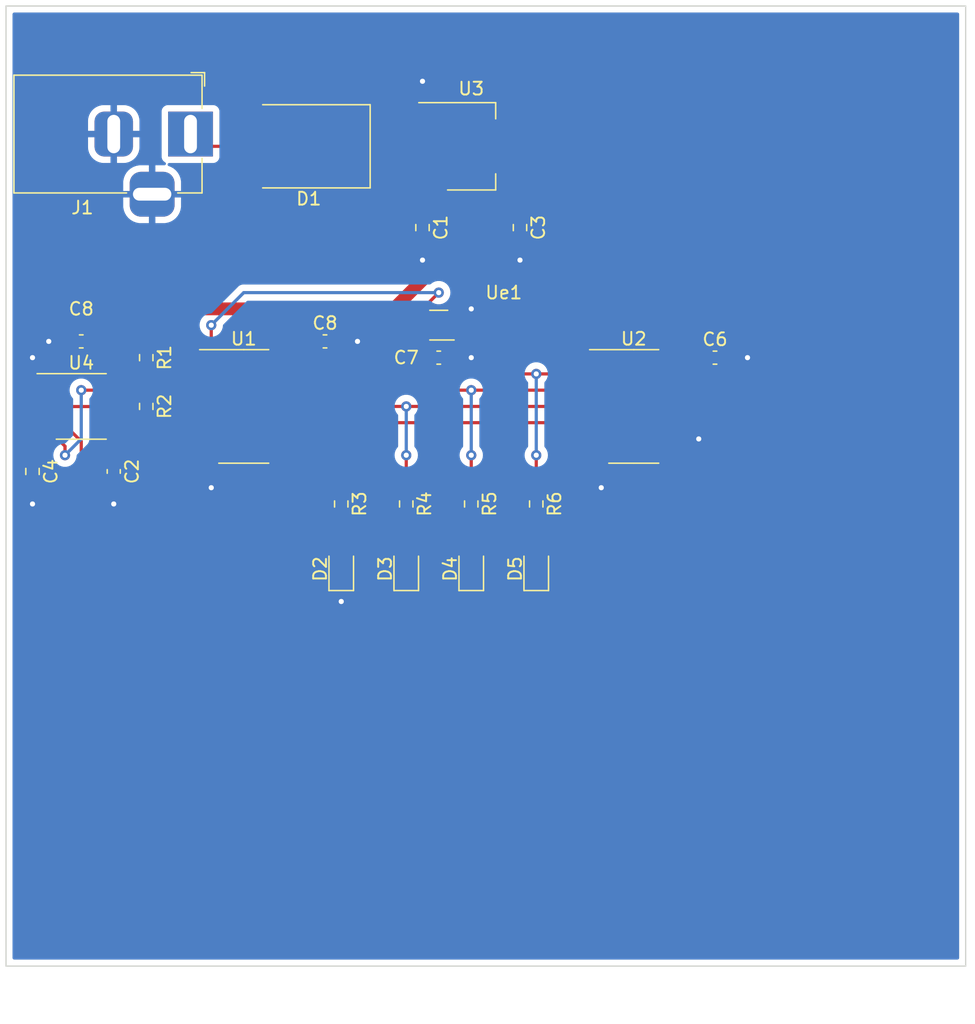
<source format=kicad_pcb>
(kicad_pcb (version 20211014) (generator pcbnew)
  (layers (0 "F.Cu" signal) (31 "B.Cu" signal) (34 "B.Paste" user) (35 "F.Paste" user) (36 "B.SilkS" user "B.Silkscreen") (37 "F.SilkS" user "F.Silkscreen") (38 "B.Mask" user) (39 "F.Mask" user) (44 "Edge.Cuts" user))
  (net 0 "")
  (net 1 "Net-(C1-Pad1)")
  (net 2 "GND")
  (net 3 "Net-(C2-Pad1)")
  (net 4 "+3.3V")
  (net 5 "Net-(D1-Pad2)")
  (net 6 "Net-(D2-Pad2)")
  (net 7 "Net-(D3-Pad2)")
  (net 8 "Net-(D4-Pad2)")
  (net 9 "Net-(D5-Pad2)")
  (net 10 "Net-(R1-Pad2)")
  (net 11 "Net-(R2-Pad2)")
  (net 12 "Net-(U1-Pad8)")
  (net 13 "Net-(R3-Pad1)")
  (net 15 "Net-(R4-Pad1)")
  (net 16 "Net-(R5-Pad1)")
  (net 17 "Net-(R6-Pad1)")
  (net 18 "Net-(U1-Pad1)")
  (net 23 "Net-(U2-Pad1)")
  (footprint "Package_SO:SOIC-14_3.9x8.7mm_P1.27mm" (layer "F.Cu") (at 99.06 81.28)
    (fp_text reference "U2" (at 0 -5.28) (layer "F.SilkS"))
    (fp_text value "4072")
    (fp_line (start 0 4.435) (end 1.95 4.435) (layer "F.SilkS") (width 0.12))
    (fp_line (start 0 -4.435) (end -3.45 -4.435) (layer "F.SilkS") (width 0.12))
    (fp_line (start 0 4.435) (end -1.95 4.435) (layer "F.SilkS") (width 0.12))
    (fp_line (start 0 -4.435) (end 1.95 -4.435) (layer "F.SilkS") (width 0.12))
    (pad "1" smd roundrect (at -2.475 -3.81) (size 1.95 0.6) (layers "F.Cu" "F.Paste" "F.Mask") (net 23 "Net-(U2-Pad1)"))
    (pad "2" smd roundrect (at -2.475 -2.54) (size 1.95 0.6) (layers "F.Cu" "F.Paste" "F.Mask") (net 17 "Net-(R6-Pad1)"))
    (pad "3" smd roundrect (at -2.475 -1.27) (size 1.95 0.6) (layers "F.Cu" "F.Paste" "F.Mask") (net 16 "Net-(R5-Pad1)"))
    (pad "4" smd roundrect (at -2.475 0) (size 1.95 0.6) (layers "F.Cu" "F.Paste" "F.Mask") (net 15 "Net-(R4-Pad1)"))
    (pad "5" smd roundrect (at -2.475 1.27) (size 1.95 0.6) (layers "F.Cu" "F.Paste" "F.Mask") (net 13 "Net-(R3-Pad1)"))
    (pad "6" smd roundrect (at -2.475 2.54) (size 1.95 0.6) (layers "F.Cu" "F.Paste" "F.Mask"))
    (pad "7" smd roundrect (at -2.475 3.81) (size 1.95 0.6) (layers "F.Cu" "F.Paste" "F.Mask") (net 2 "GND"))
    (pad "8" smd roundrect (at 2.475 3.81) (size 1.95 0.6) (layers "F.Cu" "F.Paste" "F.Mask"))
    (pad "9" smd roundrect (at 2.475 2.54) (size 1.95 0.6) (layers "F.Cu" "F.Paste" "F.Mask") (net 2 "GND"))
    (pad "10" smd roundrect (at 2.475 1.27) (size 1.95 0.6) (layers "F.Cu" "F.Paste" "F.Mask") (net 2 "GND"))
    (pad "11" smd roundrect (at 2.475 0) (size 1.95 0.6) (layers "F.Cu" "F.Paste" "F.Mask") (net 2 "GND"))
    (pad "12" smd roundrect (at 2.475 -1.27) (size 1.95 0.6) (layers "F.Cu" "F.Paste" "F.Mask") (net 2 "GND"))
    (pad "13" smd roundrect (at 2.475 -2.54) (size 1.95 0.6) (layers "F.Cu" "F.Paste" "F.Mask"))
    (pad "14" smd roundrect (at 2.475 -3.81) (size 1.95 0.6) (layers "F.Cu" "F.Paste" "F.Mask") (net 4 "+3.3V"))
  )
  (footprint "LED_SMD:LED_0805_2012Metric" (layer "F.Cu") (at 76.2 93.98 90)
    (fp_text reference "D2" (at 0 -1.65 90) (layer "F.SilkS"))
    (fp_text value "LED_Small")
    (fp_line (start 1 -0.96) (end -1.685 -0.96) (layer "F.SilkS") (width 0.12))
    (fp_line (start -1.685 -0.96) (end -1.685 0.96) (layer "F.SilkS") (width 0.12))
    (fp_line (start -1.685 0.96) (end 1 0.96) (layer "F.SilkS") (width 0.12))
    (pad "1" smd roundrect (at -0.9375 0 90) (size 0.975 1.4) (layers "F.Cu" "F.Paste" "F.Mask") (net 2 "GND"))
    (pad "2" smd roundrect (at 0.9375 0 90) (size 0.975 1.4) (layers "F.Cu" "F.Paste" "F.Mask") (net 6 "Net-(D2-Pad2)"))
  )
  (footprint "Resistor_SMD:R_0603_1608Metric" (layer "F.Cu") (at 60.96 81.28 -90)
    (fp_text reference "R2" (at 0 -1.43 90) (layer "F.SilkS"))
    (fp_text value "10k")
    (fp_line (start -0.237258 0.5225) (end 0.237258 0.5225) (layer "F.SilkS") (width 0.12))
    (fp_line (start -0.237258 -0.5225) (end 0.237258 -0.5225) (layer "F.SilkS") (width 0.12))
    (pad "1" smd roundrect (at -0.825 0 270) (size 0.8 0.95) (layers "F.Cu" "F.Paste" "F.Mask") (net 10 "Net-(R1-Pad2)"))
    (pad "2" smd roundrect (at 0.825 0 270) (size 0.8 0.95) (layers "F.Cu" "F.Paste" "F.Mask") (net 11 "Net-(R2-Pad2)"))
  )
  (footprint "Connector_BarrelJack:BarrelJack_Horizontal" (layer "F.Cu") (at 64.42 60.0025)
    (fp_text reference "J1" (at -8.45 5.75) (layer "F.SilkS"))
    (fp_text value "Barrel_Jack_Switch")
    (fp_line (start 0.05 -4.8) (end 1.1 -4.8) (layer "F.SilkS") (width 0.12))
    (fp_line (start 0.9 4.6) (end -1 4.6) (layer "F.SilkS") (width 0.12))
    (fp_line (start 0.9 -4.6) (end 0.9 -2) (layer "F.SilkS") (width 0.12))
    (fp_line (start -5 4.6) (end -13.8 4.6) (layer "F.SilkS") (width 0.12))
    (fp_line (start -13.8 4.6) (end -13.8 -4.6) (layer "F.SilkS") (width 0.12))
    (fp_line (start -13.8 -4.6) (end 0.9 -4.6) (layer "F.SilkS") (width 0.12))
    (fp_line (start 0.9 1.9) (end 0.9 4.6) (layer "F.SilkS") (width 0.12))
    (fp_line (start 1.1 -3.75) (end 1.1 -4.8) (layer "F.SilkS") (width 0.12))
    (pad "1" thru_hole rect (at 0 0) (size 3.5 3.5) (drill oval 1 3) (layers *.Cu *.Mask) (net 5 "Net-(D1-Pad2)"))
    (pad "2" thru_hole roundrect (at -6 0) (size 3 3.5) (drill oval 1 3) (layers *.Cu *.Mask) (net 2 "GND"))
    (pad "3" thru_hole roundrect (at -3 4.7) (size 3.5 3.5) (drill oval 3 1) (layers *.Cu *.Mask) (net 2 "GND"))
  )
  (footprint "Package_SO:SOIC-14_3.9x8.7mm_P1.27mm" (layer "F.Cu") (at 68.58 81.28)
    (fp_text reference "U1" (at 0 -5.28) (layer "F.SilkS"))
    (fp_text value "74HC164")
    (fp_line (start 0 -4.435) (end -3.45 -4.435) (layer "F.SilkS") (width 0.12))
    (fp_line (start 0 4.435) (end 1.95 4.435) (layer "F.SilkS") (width 0.12))
    (fp_line (start 0 -4.435) (end 1.95 -4.435) (layer "F.SilkS") (width 0.12))
    (fp_line (start 0 4.435) (end -1.95 4.435) (layer "F.SilkS") (width 0.12))
    (pad "1" smd roundrect (at -2.475 -3.81) (size 1.95 0.6) (layers "F.Cu" "F.Paste" "F.Mask") (net 18 "Net-(U1-Pad1)"))
    (pad "2" smd roundrect (at -2.475 -2.54) (size 1.95 0.6) (layers "F.Cu" "F.Paste" "F.Mask") (net 18 "Net-(U1-Pad1)"))
    (pad "3" smd roundrect (at -2.475 -1.27) (size 1.95 0.6) (layers "F.Cu" "F.Paste" "F.Mask"))
    (pad "4" smd roundrect (at -2.475 0) (size 1.95 0.6) (layers "F.Cu" "F.Paste" "F.Mask"))
    (pad "5" smd roundrect (at -2.475 1.27) (size 1.95 0.6) (layers "F.Cu" "F.Paste" "F.Mask"))
    (pad "6" smd roundrect (at -2.475 2.54) (size 1.95 0.6) (layers "F.Cu" "F.Paste" "F.Mask"))
    (pad "7" smd roundrect (at -2.475 3.81) (size 1.95 0.6) (layers "F.Cu" "F.Paste" "F.Mask") (net 2 "GND"))
    (pad "8" smd roundrect (at 2.475 3.81) (size 1.95 0.6) (layers "F.Cu" "F.Paste" "F.Mask") (net 12 "Net-(U1-Pad8)"))
    (pad "9" smd roundrect (at 2.475 2.54) (size 1.95 0.6) (layers "F.Cu" "F.Paste" "F.Mask") (net 4 "+3.3V"))
    (pad "10" smd roundrect (at 2.475 1.27) (size 1.95 0.6) (layers "F.Cu" "F.Paste" "F.Mask") (net 13 "Net-(R3-Pad1)"))
    (pad "11" smd roundrect (at 2.475 0) (size 1.95 0.6) (layers "F.Cu" "F.Paste" "F.Mask") (net 15 "Net-(R4-Pad1)"))
    (pad "12" smd roundrect (at 2.475 -1.27) (size 1.95 0.6) (layers "F.Cu" "F.Paste" "F.Mask") (net 16 "Net-(R5-Pad1)"))
    (pad "13" smd roundrect (at 2.475 -2.54) (size 1.95 0.6) (layers "F.Cu" "F.Paste" "F.Mask") (net 17 "Net-(R6-Pad1)"))
    (pad "14" smd roundrect (at 2.475 -3.81) (size 1.95 0.6) (layers "F.Cu" "F.Paste" "F.Mask") (net 4 "+3.3V"))
  )
  (footprint "Capacitor_SMD:C_0603_1608Metric" (layer "F.Cu") (at 74.93 76.2)
    (fp_text reference "C8" (at 0 -1.43) (layer "F.SilkS"))
    (fp_text value "100n")
    (fp_line (start -0.14058 -0.51) (end 0.14058 -0.51) (layer "F.SilkS") (width 0.12))
    (fp_line (start -0.14058 0.51) (end 0.14058 0.51) (layer "F.SilkS") (width 0.12))
    (pad "1" smd roundrect (at -0.775 0) (size 0.9 0.95) (layers "F.Cu" "F.Paste" "F.Mask") (net 4 "+3.3V"))
    (pad "2" smd roundrect (at 0.775 0) (size 0.9 0.95) (layers "F.Cu" "F.Paste" "F.Mask") (net 2 "GND"))
  )
  (footprint "Resistor_SMD:R_0603_1608Metric" (layer "F.Cu") (at 76.2 88.9 -90)
    (fp_text reference "R3" (at 0 -1.43 90) (layer "F.SilkS"))
    (fp_text value "10k")
    (fp_line (start -0.237258 -0.5225) (end 0.237258 -0.5225) (layer "F.SilkS") (width 0.12))
    (fp_line (start -0.237258 0.5225) (end 0.237258 0.5225) (layer "F.SilkS") (width 0.12))
    (pad "1" smd roundrect (at -0.825 0 270) (size 0.8 0.95) (layers "F.Cu" "F.Paste" "F.Mask") (net 13 "Net-(R3-Pad1)"))
    (pad "2" smd roundrect (at 0.825 0 270) (size 0.8 0.95) (layers "F.Cu" "F.Paste" "F.Mask") (net 6 "Net-(D2-Pad2)"))
  )
  (footprint "Resistor_SMD:R_0603_1608Metric" (layer "F.Cu") (at 91.44 88.9 -90)
    (fp_text reference "R6" (at 0 -1.43 90) (layer "F.SilkS"))
    (fp_text value "10k")
    (fp_line (start -0.237258 0.5225) (end 0.237258 0.5225) (layer "F.SilkS") (width 0.12))
    (fp_line (start -0.237258 -0.5225) (end 0.237258 -0.5225) (layer "F.SilkS") (width 0.12))
    (pad "1" smd roundrect (at -0.825 0 270) (size 0.8 0.95) (layers "F.Cu" "F.Paste" "F.Mask") (net 17 "Net-(R6-Pad1)"))
    (pad "2" smd roundrect (at 0.825 0 270) (size 0.8 0.95) (layers "F.Cu" "F.Paste" "F.Mask") (net 9 "Net-(D5-Pad2)"))
  )
  (footprint "Capacitor_SMD:C_0603_1608Metric" (layer "F.Cu") (at 83.82 77.47)
    (fp_text reference "C7" (at -2.54 0) (layer "F.SilkS"))
    (fp_text value "100n")
    (fp_line (start -0.14058 0.51) (end 0.14058 0.51) (layer "F.SilkS") (width 0.12))
    (fp_line (start -0.14058 -0.51) (end 0.14058 -0.51) (layer "F.SilkS") (width 0.12))
    (pad "1" smd roundrect (at -0.775 0) (size 0.9 0.95) (layers "F.Cu" "F.Paste" "F.Mask") (net 4 "+3.3V"))
    (pad "2" smd roundrect (at 0.775 0) (size 0.9 0.95) (layers "F.Cu" "F.Paste" "F.Mask") (net 2 "GND"))
  )
  (footprint "Capacitor_SMD:C_0603_1608Metric" (layer "F.Cu") (at 55.88 76.2 180)
    (fp_text reference "C8" (at 0 2.54) (layer "F.SilkS"))
    (fp_text value "100n")
    (fp_line (start -0.14058 -0.51) (end 0.14058 -0.51) (layer "F.SilkS") (width 0.12))
    (fp_line (start -0.14058 0.51) (end 0.14058 0.51) (layer "F.SilkS") (width 0.12))
    (pad "1" smd roundrect (at -0.775 0 180) (size 0.9 0.95) (layers "F.Cu" "F.Paste" "F.Mask") (net 4 "+3.3V"))
    (pad "2" smd roundrect (at 0.775 0 180) (size 0.9 0.95) (layers "F.Cu" "F.Paste" "F.Mask") (net 2 "GND"))
  )
  (footprint "Package_SO:SOIC-8_3.9x4.9mm_P1.27mm" (layer "F.Cu") (at 55.88 81.28)
    (fp_text reference "U4" (at 0 -3.4) (layer "F.SilkS"))
    (fp_text value "LMC555xM")
    (fp_line (start 0 -2.56) (end 1.95 -2.56) (layer "F.SilkS") (width 0.12))
    (fp_line (start 0 2.56) (end 1.95 2.56) (layer "F.SilkS") (width 0.12))
    (fp_line (start 0 -2.56) (end -3.45 -2.56) (layer "F.SilkS") (width 0.12))
    (fp_line (start 0 2.56) (end -1.95 2.56) (layer "F.SilkS") (width 0.12))
    (pad "1" smd roundrect (at -2.475 -1.905) (size 1.95 0.6) (layers "F.Cu" "F.Paste" "F.Mask") (net 2 "GND"))
    (pad "2" smd roundrect (at -2.475 -0.635) (size 1.95 0.6) (layers "F.Cu" "F.Paste" "F.Mask") (net 11 "Net-(R2-Pad2)"))
    (pad "3" smd roundrect (at -2.475 0.635) (size 1.95 0.6) (layers "F.Cu" "F.Paste" "F.Mask") (net 12 "Net-(U1-Pad8)"))
    (pad "4" smd roundrect (at -2.475 1.905) (size 1.95 0.6) (layers "F.Cu" "F.Paste" "F.Mask") (net 4 "+3.3V"))
    (pad "5" smd roundrect (at 2.475 1.905) (size 1.95 0.6) (layers "F.Cu" "F.Paste" "F.Mask") (net 3 "Net-(C2-Pad1)"))
    (pad "6" smd roundrect (at 2.475 0.635) (size 1.95 0.6) (layers "F.Cu" "F.Paste" "F.Mask") (net 11 "Net-(R2-Pad2)"))
    (pad "7" smd roundrect (at 2.475 -0.635) (size 1.95 0.6) (layers "F.Cu" "F.Paste" "F.Mask") (net 10 "Net-(R1-Pad2)"))
    (pad "8" smd roundrect (at 2.475 -1.905) (size 1.95 0.6) (layers "F.Cu" "F.Paste" "F.Mask") (net 4 "+3.3V"))
  )
  (footprint "Diode_SMD:D_SMC" (layer "F.Cu") (at 73.66 60.96 180)
    (fp_text reference "D1" (at 0 -4.1) (layer "F.SilkS"))
    (fp_text value "B340")
    (fp_line (start -4.8 3.25) (end -4.8 -3.25) (layer "F.SilkS") (width 0.12))
    (fp_line (start -4.8 3.25) (end 3.6 3.25) (layer "F.SilkS") (width 0.12))
    (fp_line (start -4.8 -3.25) (end 3.6 -3.25) (layer "F.SilkS") (width 0.12))
    (pad "1" smd rect (at -3.4 0 270) (size 3.3 2.5) (layers "F.Cu" "F.Paste" "F.Mask") (net 1 "Net-(C1-Pad1)"))
    (pad "2" smd rect (at 3.4 0 270) (size 3.3 2.5) (layers "F.Cu" "F.Paste" "F.Mask") (net 5 "Net-(D1-Pad2)"))
  )
  (footprint "Package_TO_SOT_SMD:SOT-353_SC-70-5" (layer "F.Cu") (at 83.82 74.93 180)
    (fp_text reference "Ue1" (at -5.08 2.54) (layer "F.SilkS"))
    (fp_text value "74AHC1G04")
    (fp_line (start -0.7 1.16) (end 0.7 1.16) (layer "F.SilkS") (width 0.12))
    (fp_line (start 0.7 -1.16) (end -1.2 -1.16) (layer "F.SilkS") (width 0.12))
    (pad "1" smd rect (at -0.95 -0.65 180) (size 0.65 0.4) (layers "F.Cu" "F.Paste" "F.Mask"))
    (pad "2" smd rect (at -0.95 0 180) (size 0.65 0.4) (layers "F.Cu" "F.Paste" "F.Mask") (net 23 "Net-(U2-Pad1)"))
    (pad "3" smd rect (at -0.95 0.65 180) (size 0.65 0.4) (layers "F.Cu" "F.Paste" "F.Mask") (net 2 "GND"))
    (pad "4" smd rect (at 0.95 0.65 180) (size 0.65 0.4) (layers "F.Cu" "F.Paste" "F.Mask") (net 18 "Net-(U1-Pad1)"))
    (pad "5" smd rect (at 0.95 -0.65 180) (size 0.65 0.4) (layers "F.Cu" "F.Paste" "F.Mask") (net 4 "+3.3V"))
  )
  (footprint "LED_SMD:LED_0805_2012Metric" (layer "F.Cu") (at 86.36 93.98 90)
    (fp_text reference "D4" (at 0 -1.65 90) (layer "F.SilkS"))
    (fp_text value "LED_Small")
    (fp_line (start -1.685 0.96) (end 1 0.96) (layer "F.SilkS") (width 0.12))
    (fp_line (start 1 -0.96) (end -1.685 -0.96) (layer "F.SilkS") (width 0.12))
    (fp_line (start -1.685 -0.96) (end -1.685 0.96) (layer "F.SilkS") (width 0.12))
    (pad "1" smd roundrect (at -0.9375 0 90) (size 0.975 1.4) (layers "F.Cu" "F.Paste" "F.Mask") (net 2 "GND"))
    (pad "2" smd roundrect (at 0.9375 0 90) (size 0.975 1.4) (layers "F.Cu" "F.Paste" "F.Mask") (net 8 "Net-(D4-Pad2)"))
  )
  (footprint "LED_SMD:LED_0805_2012Metric" (layer "F.Cu") (at 81.28 93.98 90)
    (fp_text reference "D3" (at 0 -1.65 90) (layer "F.SilkS"))
    (fp_text value "LED_Small")
    (fp_line (start -1.685 -0.96) (end -1.685 0.96) (layer "F.SilkS") (width 0.12))
    (fp_line (start -1.685 0.96) (end 1 0.96) (layer "F.SilkS") (width 0.12))
    (fp_line (start 1 -0.96) (end -1.685 -0.96) (layer "F.SilkS") (width 0.12))
    (pad "1" smd roundrect (at -0.9375 0 90) (size 0.975 1.4) (layers "F.Cu" "F.Paste" "F.Mask") (net 2 "GND"))
    (pad "2" smd roundrect (at 0.9375 0 90) (size 0.975 1.4) (layers "F.Cu" "F.Paste" "F.Mask") (net 7 "Net-(D3-Pad2)"))
  )
  (footprint "Resistor_SMD:R_0603_1608Metric" (layer "F.Cu") (at 86.36 88.9 -90)
    (fp_text reference "R5" (at 0 -1.43 90) (layer "F.SilkS"))
    (fp_text value "10k")
    (fp_line (start -0.237258 0.5225) (end 0.237258 0.5225) (layer "F.SilkS") (width 0.12))
    (fp_line (start -0.237258 -0.5225) (end 0.237258 -0.5225) (layer "F.SilkS") (width 0.12))
    (pad "1" smd roundrect (at -0.825 0 270) (size 0.8 0.95) (layers "F.Cu" "F.Paste" "F.Mask") (net 16 "Net-(R5-Pad1)"))
    (pad "2" smd roundrect (at 0.825 0 270) (size 0.8 0.95) (layers "F.Cu" "F.Paste" "F.Mask") (net 8 "Net-(D4-Pad2)"))
  )
  (footprint "Resistor_SMD:R_0603_1608Metric" (layer "F.Cu") (at 82.55 67.31 -90)
    (fp_text reference "C1" (at 0 -1.43 90) (layer "F.SilkS"))
    (fp_text value "10u")
    (fp_line (start -0.237258 0.5225) (end 0.237258 0.5225) (layer "F.SilkS") (width 0.12))
    (fp_line (start -0.237258 -0.5225) (end 0.237258 -0.5225) (layer "F.SilkS") (width 0.12))
    (pad "1" smd roundrect (at -0.825 0 270) (size 0.8 0.95) (layers "F.Cu" "F.Paste" "F.Mask") (net 1 "Net-(C1-Pad1)"))
    (pad "2" smd roundrect (at 0.825 0 270) (size 0.8 0.95) (layers "F.Cu" "F.Paste" "F.Mask") (net 2 "GND"))
  )
  (footprint "Capacitor_SMD:C_0603_1608Metric" (layer "F.Cu") (at 105.41 77.47)
    (fp_text reference "C6" (at 0 -1.43) (layer "F.SilkS"))
    (fp_text value "100n")
    (fp_line (start -0.14058 0.51) (end 0.14058 0.51) (layer "F.SilkS") (width 0.12))
    (fp_line (start -0.14058 -0.51) (end 0.14058 -0.51) (layer "F.SilkS") (width 0.12))
    (pad "1" smd roundrect (at -0.775 0) (size 0.9 0.95) (layers "F.Cu" "F.Paste" "F.Mask") (net 4 "+3.3V"))
    (pad "2" smd roundrect (at 0.775 0) (size 0.9 0.95) (layers "F.Cu" "F.Paste" "F.Mask") (net 2 "GND"))
  )
  (footprint "Package_TO_SOT_SMD:SOT-223-3_TabPin2" (layer "F.Cu") (at 86.36 60.96)
    (fp_text reference "U3" (at 0 -4.5) (layer "F.SilkS"))
    (fp_text value "AP1117-33")
    (fp_line (start 1.91 -3.41) (end 1.91 -2.15) (layer "F.SilkS") (width 0.12))
    (fp_line (start -4.1 -3.41) (end 1.91 -3.41) (layer "F.SilkS") (width 0.12))
    (fp_line (start 1.91 3.41) (end 1.91 2.15) (layer "F.SilkS") (width 0.12))
    (fp_line (start -1.85 3.41) (end 1.91 3.41) (layer "F.SilkS") (width 0.12))
    (pad "1" smd rect (at -3.15 -2.3) (size 2 1.5) (layers "F.Cu" "F.Paste" "F.Mask") (net 2 "GND"))
    (pad "2" smd rect (at 3.15 0) (size 2 3.8) (layers "F.Cu" "F.Paste" "F.Mask") (net 4 "+3.3V"))
    (pad "2" smd rect (at -3.15 0) (size 2 1.5) (layers "F.Cu" "F.Paste" "F.Mask") (net 4 "+3.3V"))
    (pad "3" smd rect (at -3.15 2.3) (size 2 1.5) (layers "F.Cu" "F.Paste" "F.Mask") (net 1 "Net-(C1-Pad1)"))
  )
  (footprint "Resistor_SMD:R_0603_1608Metric" (layer "F.Cu") (at 60.96 77.47 -90)
    (fp_text reference "R1" (at 0 -1.43 90) (layer "F.SilkS"))
    (fp_text value "10k")
    (fp_line (start -0.237258 0.5225) (end 0.237258 0.5225) (layer "F.SilkS") (width 0.12))
    (fp_line (start -0.237258 -0.5225) (end 0.237258 -0.5225) (layer "F.SilkS") (width 0.12))
    (pad "1" smd roundrect (at -0.825 0 270) (size 0.8 0.95) (layers "F.Cu" "F.Paste" "F.Mask") (net 4 "+3.3V"))
    (pad "2" smd roundrect (at 0.825 0 270) (size 0.8 0.95) (layers "F.Cu" "F.Paste" "F.Mask") (net 10 "Net-(R1-Pad2)"))
  )
  (footprint "Resistor_SMD:R_0603_1608Metric" (layer "F.Cu") (at 81.28 88.9 -90)
    (fp_text reference "R4" (at 0 -1.43 90) (layer "F.SilkS"))
    (fp_text value "10k")
    (fp_line (start -0.237258 0.5225) (end 0.237258 0.5225) (layer "F.SilkS") (width 0.12))
    (fp_line (start -0.237258 -0.5225) (end 0.237258 -0.5225) (layer "F.SilkS") (width 0.12))
    (pad "1" smd roundrect (at -0.825 0 270) (size 0.8 0.95) (layers "F.Cu" "F.Paste" "F.Mask") (net 15 "Net-(R4-Pad1)"))
    (pad "2" smd roundrect (at 0.825 0 270) (size 0.8 0.95) (layers "F.Cu" "F.Paste" "F.Mask") (net 7 "Net-(D3-Pad2)"))
  )
  (footprint "Capacitor_SMD:C_0603_1608Metric" (layer "F.Cu") (at 58.42 86.36 -90)
    (fp_text reference "C2" (at 0 -1.43 90) (layer "F.SilkS"))
    (fp_text value "100n")
    (fp_line (start -0.14058 0.51) (end 0.14058 0.51) (layer "F.SilkS") (width 0.12))
    (fp_line (start -0.14058 -0.51) (end 0.14058 -0.51) (layer "F.SilkS") (width 0.12))
    (pad "1" smd roundrect (at -0.775 0 270) (size 0.9 0.95) (layers "F.Cu" "F.Paste" "F.Mask") (net 3 "Net-(C2-Pad1)"))
    (pad "2" smd roundrect (at 0.775 0 270) (size 0.9 0.95) (layers "F.Cu" "F.Paste" "F.Mask") (net 2 "GND"))
  )
  (footprint "Resistor_SMD:R_0603_1608Metric" (layer "F.Cu") (at 52.07 86.36 -90)
    (fp_text reference "C4" (at 0 -1.43 90) (layer "F.SilkS"))
    (fp_text value "10u")
    (fp_line (start -0.237258 -0.5225) (end 0.237258 -0.5225) (layer "F.SilkS") (width 0.12))
    (fp_line (start -0.237258 0.5225) (end 0.237258 0.5225) (layer "F.SilkS") (width 0.12))
    (pad "1" smd roundrect (at -0.825 0 270) (size 0.8 0.95) (layers "F.Cu" "F.Paste" "F.Mask") (net 11 "Net-(R2-Pad2)"))
    (pad "2" smd roundrect (at 0.825 0 270) (size 0.8 0.95) (layers "F.Cu" "F.Paste" "F.Mask") (net 2 "GND"))
  )
  (footprint "LED_SMD:LED_0805_2012Metric" (layer "F.Cu") (at 91.44 93.98 90)
    (fp_text reference "D5" (at 0 -1.65 90) (layer "F.SilkS"))
    (fp_text value "LED_Small")
    (fp_line (start -1.685 0.96) (end 1 0.96) (layer "F.SilkS") (width 0.12))
    (fp_line (start -1.685 -0.96) (end -1.685 0.96) (layer "F.SilkS") (width 0.12))
    (fp_line (start 1 -0.96) (end -1.685 -0.96) (layer "F.SilkS") (width 0.12))
    (pad "1" smd roundrect (at -0.9375 0 90) (size 0.975 1.4) (layers "F.Cu" "F.Paste" "F.Mask") (net 2 "GND"))
    (pad "2" smd roundrect (at 0.9375 0 90) (size 0.975 1.4) (layers "F.Cu" "F.Paste" "F.Mask") (net 9 "Net-(D5-Pad2)"))
  )
  (footprint "Resistor_SMD:R_0603_1608Metric" (layer "F.Cu") (at 90.17 67.31 -90)
    (fp_text reference "C3" (at 0 -1.43 90) (layer "F.SilkS"))
    (fp_text value "10u")
    (fp_line (start -0.237258 -0.5225) (end 0.237258 -0.5225) (layer "F.SilkS") (width 0.12))
    (fp_line (start -0.237258 0.5225) (end 0.237258 0.5225) (layer "F.SilkS") (width 0.12))
    (pad "1" smd roundrect (at -0.825 0 270) (size 0.8 0.95) (layers "F.Cu" "F.Paste" "F.Mask") (net 4 "+3.3V"))
    (pad "2" smd roundrect (at 0.825 0 270) (size 0.8 0.95) (layers "F.Cu" "F.Paste" "F.Mask") (net 2 "GND"))
  )
  (gr_line (start 125 50) (end 125 125) (layer "Edge.Cuts") (width 0.1))
  (gr_line (start 125 125) (end 50 125) (layer "Edge.Cuts") (width 0.1))
  (gr_line (start 50 125) (end 50 50) (layer "Edge.Cuts") (width 0.1))
  (gr_line (start 50 50) (end 125 50) (layer "Edge.Cuts") (width 0.1))
  (segment (start 77.06 60.96) (end 80.91 60.96) (width 0.25) (layer "F.Cu") (net 1))
  (segment (start 80.91 60.96) (end 83.21 63.26) (width 0.25) (layer "F.Cu") (net 1))
  (segment (start 83.21 65.825) (end 83.21 63.26) (width 0.25) (layer "F.Cu") (net 1))
  (segment (start 82.55 66.485) (end 83.21 65.825) (width 0.25) (layer "F.Cu") (net 1))
  (segment (start 96.585 87.565) (end 96.52 87.63) (width 0.25) (layer "F.Cu") (net 2))
  (segment (start 90.17 68.085) (end 90.17 69.85) (width 0.25) (layer "F.Cu") (net 2))
  (segment (start 53.405 78.805) (end 52.07 77.47) (width 0.25) (layer "F.Cu") (net 2))
  (segment (start 84.77 74.28) (end 85.74 74.28) (width 0.25) (layer "F.Cu") (net 2))
  (segment (start 101.535 83.82) (end 104.14 83.82) (width 0.25) (layer "F.Cu") (net 2))
  (segment (start 101.535 82.55) (end 101.535 81.28) (width 0.25) (layer "F.Cu") (net 2))
  (segment (start 83.21 56.54) (end 82.55 55.88) (width 0.25) (layer "F.Cu") (net 2))
  (segment (start 55.105 76.2) (end 53.34 76.2) (width 0.25) (layer "F.Cu") (net 2))
  (segment (start 106.185 77.47) (end 107.95 77.47) (width 0.25) (layer "F.Cu") (net 2))
  (segment (start 76.2 94.9175) (end 91.44 94.9175) (width 0.25) (layer "F.Cu") (net 2))
  (segment (start 82.55 68.135) (end 82.55 69.85) (width 0.25) (layer "F.Cu") (net 2))
  (segment (start 66.105 87.565) (end 66.04 87.63) (width 0.25) (layer "F.Cu") (net 2))
  (segment (start 75.705 76.2) (end 77.47 76.2) (width 0.25) (layer "F.Cu") (net 2))
  (segment (start 101.535 81.28) (end 101.535 80.01) (width 0.25) (layer "F.Cu") (net 2))
  (segment (start 66.105 85.09) (end 66.105 87.565) (width 0.25) (layer "F.Cu") (net 2))
  (segment (start 101.535 82.55) (end 101.535 83.82) (width 0.25) (layer "F.Cu") (net 2))
  (segment (start 53.405 79.375) (end 53.405 78.805) (width 0.25) (layer "F.Cu") (net 2))
  (segment (start 76.2 94.9175) (end 76.2 96.52) (width 0.25) (layer "F.Cu") (net 2))
  (segment (start 83.21 58.66) (end 83.21 56.54) (width 0.25) (layer "F.Cu") (net 2))
  (segment (start 96.585 85.09) (end 96.585 87.565) (width 0.25) (layer "F.Cu") (net 2))
  (segment (start 84.595 77.47) (end 86.36 77.47) (width 0.25) (layer "F.Cu") (net 2))
  (segment (start 85.74 74.28) (end 86.36 73.66) (width 0.25) (layer "F.Cu") (net 2))
  (segment (start 52.07 87.135) (end 52.07 88.9) (width 0.25) (layer "F.Cu") (net 2))
  (segment (start 58.42 87.135) (end 58.42 88.9) (width 0.25) (layer "F.Cu") (net 2))
  (via (at 82.55 55.88) (size 0.8) (drill 0.4) (layers "F.Cu" "B.Cu") (net 2))
  (via (at 107.95 77.47) (size 0.8) (drill 0.4) (layers "F.Cu" "B.Cu") (net 2))
  (via (at 53.34 76.2) (size 0.8) (drill 0.4) (layers "F.Cu" "B.Cu") (net 2))
  (via (at 86.36 77.47) (size 0.8) (drill 0.4) (layers "F.Cu" "B.Cu") (net 2))
  (via (at 82.55 69.85) (size 0.8) (drill 0.4) (layers "F.Cu" "B.Cu") (net 2))
  (via (at 77.47 76.2) (size 0.8) (drill 0.4) (layers "F.Cu" "B.Cu") (net 2))
  (via (at 104.14 83.82) (size 0.8) (drill 0.4) (layers "F.Cu" "B.Cu") (net 2))
  (via (at 66.04 87.63) (size 0.8) (drill 0.4) (layers "F.Cu" "B.Cu") (net 2))
  (via (at 52.07 77.47) (size 0.8) (drill 0.4) (layers "F.Cu" "B.Cu") (net 2))
  (via (at 58.42 88.9) (size 0.8) (drill 0.4) (layers "F.Cu" "B.Cu") (net 2))
  (via (at 76.2 96.52) (size 0.8) (drill 0.4) (layers "F.Cu" "B.Cu") (net 2))
  (via (at 52.07 88.9) (size 0.8) (drill 0.4) (layers "F.Cu" "B.Cu") (net 2))
  (via (at 86.36 73.66) (size 0.8) (drill 0.4) (layers "F.Cu" "B.Cu") (net 2))
  (via (at 90.17 69.85) (size 0.8) (drill 0.4) (layers "F.Cu" "B.Cu") (net 2))
  (via (at 96.52 87.63) (size 0.8) (drill 0.4) (layers "F.Cu" "B.Cu") (net 2))
  (segment (start 58.42 83.25) (end 58.355 83.185) (width 0.25) (layer "F.Cu") (net 3))
  (segment (start 58.42 85.585) (end 58.42 83.25) (width 0.25) (layer "F.Cu") (net 3))
  (segment (start 89.51 64.445635) (end 78.930635 75.025) (width 1) (layer "F.Cu") (net 4))
  (segment (start 60.96 76.2) (end 60.96 76.645) (width 1) (layer "F.Cu") (net 4))
  (segment (start 83.045 75.755) (end 82.87 75.58) (width 0.25) (layer "F.Cu") (net 4))
  (segment (start 69.85 83.82) (end 71.055 83.82) (width 0.25) (layer "F.Cu") (net 4))
  (segment (start 83.045 77.47) (end 83.045 75.755) (width 0.25) (layer "F.Cu") (net 4))
  (segment (start 70.678249 77.47) (end 68.58 79.568249) (width 0.25) (layer "F.Cu") (net 4))
  (segment (start 78.930635 75.025) (end 75.096852 75.025) (width 1) (layer "F.Cu") (net 4))
  (segment (start 71.615 73.66) (end 62.23 73.66) (width 1) (layer "F.Cu") (net 4))
  (segment (start 82.87 75.58) (end 79.485635 75.58) (width 1) (layer "F.Cu") (net 4))
  (segment (start 58.355 79.375) (end 58.355 77.9) (width 0.25) (layer "F.Cu") (net 4))
  (segment (start 72.885 77.47) (end 74.155 76.2) (width 0.25) (layer "F.Cu") (net 4))
  (segment (start 54.61 84.39) (end 53.405 83.185) (width 0.25) (layer "F.Cu") (net 4))
  (segment (start 75.096852 75.025) (end 74.155 75.966852) (width 1) (layer "F.Cu") (net 4))
  (segment (start 62.23 73.66) (end 60.96 74.93) (width 1) (layer "F.Cu") (net 4))
  (segment (start 60.96 74.93) (end 60.96 76.2) (width 1) (layer "F.Cu") (net 4))
  (segment (start 83.21 60.96) (end 89.51 60.96) (width 0.25) (layer "F.Cu") (net 4))
  (segment (start 58.355 79.375) (end 57.72 80.01) (width 0.25) (layer "F.Cu") (net 4))
  (segment (start 74.155 75.966852) (end 74.155 76.2) (width 1) (layer "F.Cu") (net 4))
  (segment (start 57.72 80.01) (end 55.88 80.01) (width 0.25) (layer "F.Cu") (net 4))
  (segment (start 60.96 76.2) (end 56.655 76.2) (width 1) (layer "F.Cu") (net 4))
  (segment (start 101.535 77.47) (end 104.635 77.47) (width 0.25) (layer "F.Cu") (net 4))
  (segment (start 89.51 60.96) (end 89.51 65.445) (width 1) (layer "F.Cu") (net 4))
  (segment (start 68.58 82.55) (end 69.85 83.82) (width 0.25) (layer "F.Cu") (net 4))
  (segment (start 54.61 85.09) (end 54.61 84.39) (width 0.25) (layer "F.Cu") (net 4))
  (segment (start 74.155 76.2) (end 71.615 73.66) (width 1) (layer "F.Cu") (net 4))
  (segment (start 89.51 60.96) (end 89.51 64.445635) (width 1) (layer "F.Cu") (net 4))
  (segment (start 71.055 77.47) (end 70.678249 77.47) (width 0.25) (layer "F.Cu") (net 4))
  (segment (start 89.51 65.445) (end 101.535 77.47) (width 1) (layer "F.Cu") (net 4))
  (segment (start 68.58 79.568249) (end 68.58 82.55) (width 0.25) (layer "F.Cu") (net 4))
  (segment (start 79.485635 75.58) (end 78.930635 75.025) (width 1) (layer "F.Cu") (net 4))
  (segment (start 71.055 77.47) (end 72.885 77.47) (width 0.25) (layer "F.Cu") (net 4))
  (segment (start 58.355 77.9) (end 56.655 76.2) (width 0.25) (layer "F.Cu") (net 4))
  (via (at 55.88 80.01) (size 0.8) (drill 0.4) (layers "F.Cu" "B.Cu") (net 4))
  (via (at 54.61 85.09) (size 0.8) (drill 0.4) (layers "F.Cu" "B.Cu") (net 4))
  (segment (start 55.88 80.01) (end 55.88 83.82) (width 0.25) (layer "B.Cu") (net 4))
  (segment (start 55.88 83.82) (end 54.61 85.09) (width 0.25) (layer "B.Cu") (net 4))
  (segment (start 65.3775 60.96) (end 64.42 60.0025) (width 0.25) (layer "F.Cu") (net 5))
  (segment (start 70.26 60.96) (end 65.3775 60.96) (width 0.25) (layer "F.Cu") (net 5))
  (segment (start 76.2 93.0425) (end 76.2 89.725) (width 0.25) (layer "F.Cu") (net 6))
  (segment (start 81.28 93.0425) (end 81.28 89.725) (width 0.25) (layer "F.Cu") (net 7))
  (segment (start 86.36 93.0425) (end 86.36 89.725) (width 0.25) (layer "F.Cu") (net 8))
  (segment (start 91.44 93.0425) (end 91.44 89.725) (width 0.25) (layer "F.Cu") (net 9))
  (segment (start 60.77 80.645) (end 60.96 80.455) (width 0.25) (layer "F.Cu") (net 10))
  (segment (start 60.96 80.455) (end 60.96 78.295) (width 0.25) (layer "F.Cu") (net 10))
  (segment (start 58.355 80.645) (end 60.77 80.645) (width 0.25) (layer "F.Cu") (net 10))
  (segment (start 57.73 81.29) (end 54.05 81.29) (width 0.25) (layer "F.Cu") (net 11))
  (segment (start 52.07 81.603249) (end 53.028249 80.645) (width 0.25) (layer "F.Cu") (net 11))
  (segment (start 58.355 81.915) (end 57.73 81.29) (width 0.25) (layer "F.Cu") (net 11))
  (segment (start 52.07 85.585) (end 52.07 81.603249) (width 0.25) (layer "F.Cu") (net 11))
  (segment (start 60.77 81.915) (end 60.96 82.105) (width 0.25) (layer "F.Cu") (net 11))
  (segment (start 58.355 81.915) (end 60.77 81.915) (width 0.25) (layer "F.Cu") (net 11))
  (segment (start 53.028249 80.645) (end 53.405 80.645) (width 0.25) (layer "F.Cu") (net 11))
  (segment (start 54.05 81.29) (end 53.405 80.645) (width 0.25) (layer "F.Cu") (net 11))
  (segment (start 53.405 81.915) (end 53.781751 81.915) (width 0.25) (layer "F.Cu") (net 12))
  (segment (start 55.88 90.17) (end 65.975 90.17) (width 0.25) (layer "F.Cu") (net 12))
  (segment (start 53.781751 81.915) (end 55.88 84.013249) (width 0.25) (layer "F.Cu") (net 12))
  (segment (start 65.975 90.17) (end 71.055 85.09) (width 0.25) (layer "F.Cu") (net 12))
  (segment (start 55.88 84.013249) (end 55.88 90.17) (width 0.25) (layer "F.Cu") (net 12))
  (segment (start 71.055 82.55) (end 96.585 82.55) (width 0.25) (layer "F.Cu") (net 13))
  (segment (start 76.2 88.075) (end 76.2 82.55) (width 0.25) (layer "F.Cu") (net 13))
  (segment (start 71.055 81.28) (end 96.52 81.28) (width 0.25) (layer "F.Cu") (net 15))
  (segment (start 81.28 88.075) (end 81.28 85.09) (width 0.25) (layer "F.Cu") (net 15))
  (via (at 81.28 85.09) (size 0.8) (drill 0.4) (layers "F.Cu" "B.Cu") (net 15))
  (via (at 81.28 81.28) (size 0.8) (drill 0.4) (layers "F.Cu" "B.Cu") (net 15))
  (segment (start 81.28 85.09) (end 81.28 81.28) (width 0.25) (layer "B.Cu") (net 15))
  (segment (start 86.36 88.075) (end 86.36 85.09) (width 0.25) (layer "F.Cu") (net 16))
  (segment (start 71.055 80.01) (end 96.585 80.01) (width 0.25) (layer "F.Cu") (net 16))
  (via (at 86.36 85.09) (size 0.8) (drill 0.4) (layers "F.Cu" "B.Cu") (net 16))
  (via (at 86.36 80.01) (size 0.8) (drill 0.4) (layers "F.Cu" "B.Cu") (net 16))
  (segment (start 86.36 85.09) (end 86.36 80.01) (width 0.25) (layer "B.Cu") (net 16))
  (segment (start 71.055 78.74) (end 96.585 78.74) (width 0.25) (layer "F.Cu") (net 17))
  (segment (start 91.44 88.075) (end 91.44 85.09) (width 0.25) (layer "F.Cu") (net 17))
  (via (at 91.44 78.74) (size 0.8) (drill 0.4) (layers "F.Cu" "B.Cu") (net 17))
  (via (at 91.44 85.09) (size 0.8) (drill 0.4) (layers "F.Cu" "B.Cu") (net 17))
  (segment (start 91.44 85.09) (end 91.44 78.74) (width 0.25) (layer "B.Cu") (net 17))
  (segment (start 82.87 74.28) (end 82.87 73.34) (width 0.25) (layer "F.Cu") (net 18))
  (segment (start 66.105 77.47) (end 66.105 78.74) (width 0.25) (layer "F.Cu") (net 18))
  (segment (start 82.87 73.34) (end 83.82 72.39) (width 0.25) (layer "F.Cu") (net 18))
  (segment (start 66.04 77.405) (end 66.105 77.47) (width 0.25) (layer "F.Cu") (net 18))
  (segment (start 66.04 74.93) (end 66.04 77.405) (width 0.25) (layer "F.Cu") (net 18))
  (via (at 83.82 72.39) (size 0.8) (drill 0.4) (layers "F.Cu" "B.Cu") (net 18))
  (via (at 66.04 74.93) (size 0.8) (drill 0.4) (layers "F.Cu" "B.Cu") (net 18))
  (segment (start 68.58 72.39) (end 66.04 74.93) (width 0.25) (layer "B.Cu") (net 18))
  (segment (start 83.82 72.39) (end 68.58 72.39) (width 0.25) (layer "B.Cu") (net 18))
  (segment (start 94.045 74.93) (end 84.77 74.93) (width 0.25) (layer "F.Cu") (net 23))
  (segment (start 96.585 77.47) (end 94.045 74.93) (width 0.25) (layer "F.Cu") (net 23))
  (zone (net 2) (net_name "GND") (layer "B.Cu") (connect_pads (clearance 0.508)) (min_thickness 0.254) (fill yes (thermal_gap 0.508) (thermal_bridge_width 0.508))
    (polygon (pts (xy 125.73 129.54) (xy 49.53 129.54) (xy 49.53 49.53) (xy 125.73 49.53)))
  )
)
</source>
